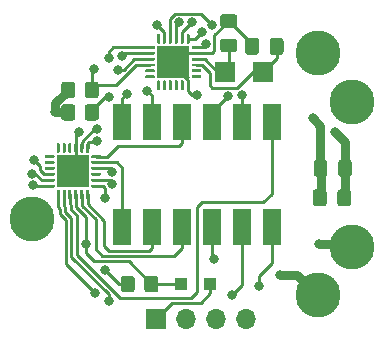
<source format=gbr>
%TF.GenerationSoftware,KiCad,Pcbnew,5.1.9-73d0e3b20d~88~ubuntu20.04.1*%
%TF.CreationDate,2021-06-28T21:50:03+02:00*%
%TF.ProjectId,watch,77617463-682e-46b6-9963-61645f706362,rev?*%
%TF.SameCoordinates,Original*%
%TF.FileFunction,Copper,L1,Top*%
%TF.FilePolarity,Positive*%
%FSLAX46Y46*%
G04 Gerber Fmt 4.6, Leading zero omitted, Abs format (unit mm)*
G04 Created by KiCad (PCBNEW 5.1.9-73d0e3b20d~88~ubuntu20.04.1) date 2021-06-28 21:50:03*
%MOMM*%
%LPD*%
G01*
G04 APERTURE LIST*
%TA.AperFunction,ConnectorPad*%
%ADD10C,3.800000*%
%TD*%
%TA.AperFunction,ComponentPad*%
%ADD11C,2.600000*%
%TD*%
%TA.AperFunction,SMDPad,CuDef*%
%ADD12R,1.750000X1.800000*%
%TD*%
%TA.AperFunction,ComponentPad*%
%ADD13O,1.700000X1.700000*%
%TD*%
%TA.AperFunction,ComponentPad*%
%ADD14R,1.700000X1.700000*%
%TD*%
%TA.AperFunction,SMDPad,CuDef*%
%ADD15R,2.700000X2.700000*%
%TD*%
%TA.AperFunction,SMDPad,CuDef*%
%ADD16R,1.600000X3.100000*%
%TD*%
%TA.AperFunction,SMDPad,CuDef*%
%ADD17R,1.000000X1.000000*%
%TD*%
%TA.AperFunction,ViaPad*%
%ADD18C,0.800000*%
%TD*%
%TA.AperFunction,Conductor*%
%ADD19C,0.250000*%
%TD*%
%TA.AperFunction,Conductor*%
%ADD20C,0.750000*%
%TD*%
G04 APERTURE END LIST*
D10*
%TO.P,SW1,1*%
%TO.N,Net-(SW1-Pad1)*%
X193500000Y-113250000D03*
D11*
X193500000Y-113250000D03*
%TD*%
D12*
%TO.P,Y1,1*%
%TO.N,Net-(C4-Pad1)*%
X209856000Y-100838000D03*
%TO.P,Y1,2*%
%TO.N,Net-(C3-Pad1)*%
X213106000Y-100838000D03*
%TD*%
D13*
%TO.P,J1,4*%
%TO.N,GND*%
X211620000Y-121750000D03*
%TO.P,J1,3*%
%TO.N,RST_SBWTDIO*%
X209080000Y-121750000D03*
%TO.P,J1,2*%
%TO.N,TST_SBWTCK*%
X206540000Y-121750000D03*
D14*
%TO.P,J1,1*%
%TO.N,Net-(D1-Pad2)*%
X204000000Y-121750000D03*
%TD*%
D11*
%TO.P,SW5,1*%
%TO.N,Net-(SW5-Pad1)*%
X220640000Y-103380000D03*
D10*
X220640000Y-103380000D03*
%TD*%
D11*
%TO.P,SW4,1*%
%TO.N,Net-(SW4-Pad1)*%
X220640000Y-115620000D03*
D10*
X220640000Y-115620000D03*
%TD*%
D11*
%TO.P,SW3,1*%
%TO.N,Net-(SW3-Pad1)*%
X217750000Y-119750000D03*
D10*
X217750000Y-119750000D03*
%TD*%
D11*
%TO.P,SW2,1*%
%TO.N,Net-(SW2-Pad1)*%
X217750000Y-99250000D03*
D10*
X217750000Y-99250000D03*
%TD*%
D15*
%TO.P,U1,25*%
%TO.N,GND*%
X197000000Y-109250000D03*
%TO.P,U1,24*%
%TO.N,Net-(DISP1-Pad10)*%
%TA.AperFunction,SMDPad,CuDef*%
G36*
G01*
X198612500Y-107875000D02*
X199312500Y-107875000D01*
G75*
G02*
X199375000Y-107937500I0J-62500D01*
G01*
X199375000Y-108062500D01*
G75*
G02*
X199312500Y-108125000I-62500J0D01*
G01*
X198612500Y-108125000D01*
G75*
G02*
X198550000Y-108062500I0J62500D01*
G01*
X198550000Y-107937500D01*
G75*
G02*
X198612500Y-107875000I62500J0D01*
G01*
G37*
%TD.AperFunction*%
%TO.P,U1,23*%
%TO.N,Net-(DISP1-Pad1)*%
%TA.AperFunction,SMDPad,CuDef*%
G36*
G01*
X198612500Y-108375000D02*
X199312500Y-108375000D01*
G75*
G02*
X199375000Y-108437500I0J-62500D01*
G01*
X199375000Y-108562500D01*
G75*
G02*
X199312500Y-108625000I-62500J0D01*
G01*
X198612500Y-108625000D01*
G75*
G02*
X198550000Y-108562500I0J62500D01*
G01*
X198550000Y-108437500D01*
G75*
G02*
X198612500Y-108375000I62500J0D01*
G01*
G37*
%TD.AperFunction*%
%TO.P,U1,22*%
%TO.N,I2C_SDA*%
%TA.AperFunction,SMDPad,CuDef*%
G36*
G01*
X198612500Y-108875000D02*
X199312500Y-108875000D01*
G75*
G02*
X199375000Y-108937500I0J-62500D01*
G01*
X199375000Y-109062500D01*
G75*
G02*
X199312500Y-109125000I-62500J0D01*
G01*
X198612500Y-109125000D01*
G75*
G02*
X198550000Y-109062500I0J62500D01*
G01*
X198550000Y-108937500D01*
G75*
G02*
X198612500Y-108875000I62500J0D01*
G01*
G37*
%TD.AperFunction*%
%TO.P,U1,21*%
%TO.N,N/C*%
%TA.AperFunction,SMDPad,CuDef*%
G36*
G01*
X198612500Y-109375000D02*
X199312500Y-109375000D01*
G75*
G02*
X199375000Y-109437500I0J-62500D01*
G01*
X199375000Y-109562500D01*
G75*
G02*
X199312500Y-109625000I-62500J0D01*
G01*
X198612500Y-109625000D01*
G75*
G02*
X198550000Y-109562500I0J62500D01*
G01*
X198550000Y-109437500D01*
G75*
G02*
X198612500Y-109375000I62500J0D01*
G01*
G37*
%TD.AperFunction*%
%TO.P,U1,20*%
%TO.N,Net-(DISP1-Pad8)*%
%TA.AperFunction,SMDPad,CuDef*%
G36*
G01*
X198612500Y-109875000D02*
X199312500Y-109875000D01*
G75*
G02*
X199375000Y-109937500I0J-62500D01*
G01*
X199375000Y-110062500D01*
G75*
G02*
X199312500Y-110125000I-62500J0D01*
G01*
X198612500Y-110125000D01*
G75*
G02*
X198550000Y-110062500I0J62500D01*
G01*
X198550000Y-109937500D01*
G75*
G02*
X198612500Y-109875000I62500J0D01*
G01*
G37*
%TD.AperFunction*%
%TO.P,U1,19*%
%TO.N,Net-(DISP1-Pad5)*%
%TA.AperFunction,SMDPad,CuDef*%
G36*
G01*
X198612500Y-110375000D02*
X199312500Y-110375000D01*
G75*
G02*
X199375000Y-110437500I0J-62500D01*
G01*
X199375000Y-110562500D01*
G75*
G02*
X199312500Y-110625000I-62500J0D01*
G01*
X198612500Y-110625000D01*
G75*
G02*
X198550000Y-110562500I0J62500D01*
G01*
X198550000Y-110437500D01*
G75*
G02*
X198612500Y-110375000I62500J0D01*
G01*
G37*
%TD.AperFunction*%
%TO.P,U1,18*%
%TO.N,Net-(DISP1-Pad2)*%
%TA.AperFunction,SMDPad,CuDef*%
G36*
G01*
X198187500Y-110800000D02*
X198312500Y-110800000D01*
G75*
G02*
X198375000Y-110862500I0J-62500D01*
G01*
X198375000Y-111562500D01*
G75*
G02*
X198312500Y-111625000I-62500J0D01*
G01*
X198187500Y-111625000D01*
G75*
G02*
X198125000Y-111562500I0J62500D01*
G01*
X198125000Y-110862500D01*
G75*
G02*
X198187500Y-110800000I62500J0D01*
G01*
G37*
%TD.AperFunction*%
%TO.P,U1,17*%
%TO.N,Net-(DISP1-Pad3)*%
%TA.AperFunction,SMDPad,CuDef*%
G36*
G01*
X197687500Y-110800000D02*
X197812500Y-110800000D01*
G75*
G02*
X197875000Y-110862500I0J-62500D01*
G01*
X197875000Y-111562500D01*
G75*
G02*
X197812500Y-111625000I-62500J0D01*
G01*
X197687500Y-111625000D01*
G75*
G02*
X197625000Y-111562500I0J62500D01*
G01*
X197625000Y-110862500D01*
G75*
G02*
X197687500Y-110800000I62500J0D01*
G01*
G37*
%TD.AperFunction*%
%TO.P,U1,16*%
%TO.N,+3V0*%
%TA.AperFunction,SMDPad,CuDef*%
G36*
G01*
X197187500Y-110800000D02*
X197312500Y-110800000D01*
G75*
G02*
X197375000Y-110862500I0J-62500D01*
G01*
X197375000Y-111562500D01*
G75*
G02*
X197312500Y-111625000I-62500J0D01*
G01*
X197187500Y-111625000D01*
G75*
G02*
X197125000Y-111562500I0J62500D01*
G01*
X197125000Y-110862500D01*
G75*
G02*
X197187500Y-110800000I62500J0D01*
G01*
G37*
%TD.AperFunction*%
%TO.P,U1,15*%
%TO.N,Net-(DISP1-Pad7)*%
%TA.AperFunction,SMDPad,CuDef*%
G36*
G01*
X196687500Y-110800000D02*
X196812500Y-110800000D01*
G75*
G02*
X196875000Y-110862500I0J-62500D01*
G01*
X196875000Y-111562500D01*
G75*
G02*
X196812500Y-111625000I-62500J0D01*
G01*
X196687500Y-111625000D01*
G75*
G02*
X196625000Y-111562500I0J62500D01*
G01*
X196625000Y-110862500D01*
G75*
G02*
X196687500Y-110800000I62500J0D01*
G01*
G37*
%TD.AperFunction*%
%TO.P,U1,14*%
%TO.N,Net-(DISP1-Pad11)*%
%TA.AperFunction,SMDPad,CuDef*%
G36*
G01*
X196187500Y-110800000D02*
X196312500Y-110800000D01*
G75*
G02*
X196375000Y-110862500I0J-62500D01*
G01*
X196375000Y-111562500D01*
G75*
G02*
X196312500Y-111625000I-62500J0D01*
G01*
X196187500Y-111625000D01*
G75*
G02*
X196125000Y-111562500I0J62500D01*
G01*
X196125000Y-110862500D01*
G75*
G02*
X196187500Y-110800000I62500J0D01*
G01*
G37*
%TD.AperFunction*%
%TO.P,U1,13*%
%TO.N,Net-(DISP1-Pad9)*%
%TA.AperFunction,SMDPad,CuDef*%
G36*
G01*
X195687500Y-110800000D02*
X195812500Y-110800000D01*
G75*
G02*
X195875000Y-110862500I0J-62500D01*
G01*
X195875000Y-111562500D01*
G75*
G02*
X195812500Y-111625000I-62500J0D01*
G01*
X195687500Y-111625000D01*
G75*
G02*
X195625000Y-111562500I0J62500D01*
G01*
X195625000Y-110862500D01*
G75*
G02*
X195687500Y-110800000I62500J0D01*
G01*
G37*
%TD.AperFunction*%
%TO.P,U1,12*%
%TO.N,Net-(DISP1-Pad12)*%
%TA.AperFunction,SMDPad,CuDef*%
G36*
G01*
X194687500Y-110375000D02*
X195387500Y-110375000D01*
G75*
G02*
X195450000Y-110437500I0J-62500D01*
G01*
X195450000Y-110562500D01*
G75*
G02*
X195387500Y-110625000I-62500J0D01*
G01*
X194687500Y-110625000D01*
G75*
G02*
X194625000Y-110562500I0J62500D01*
G01*
X194625000Y-110437500D01*
G75*
G02*
X194687500Y-110375000I62500J0D01*
G01*
G37*
%TD.AperFunction*%
%TO.P,U1,11*%
%TO.N,I2C_SLC*%
%TA.AperFunction,SMDPad,CuDef*%
G36*
G01*
X194687500Y-109875000D02*
X195387500Y-109875000D01*
G75*
G02*
X195450000Y-109937500I0J-62500D01*
G01*
X195450000Y-110062500D01*
G75*
G02*
X195387500Y-110125000I-62500J0D01*
G01*
X194687500Y-110125000D01*
G75*
G02*
X194625000Y-110062500I0J62500D01*
G01*
X194625000Y-109937500D01*
G75*
G02*
X194687500Y-109875000I62500J0D01*
G01*
G37*
%TD.AperFunction*%
%TO.P,U1,10*%
%TO.N,Net-(R3-Pad2)*%
%TA.AperFunction,SMDPad,CuDef*%
G36*
G01*
X194687500Y-109375000D02*
X195387500Y-109375000D01*
G75*
G02*
X195450000Y-109437500I0J-62500D01*
G01*
X195450000Y-109562500D01*
G75*
G02*
X195387500Y-109625000I-62500J0D01*
G01*
X194687500Y-109625000D01*
G75*
G02*
X194625000Y-109562500I0J62500D01*
G01*
X194625000Y-109437500D01*
G75*
G02*
X194687500Y-109375000I62500J0D01*
G01*
G37*
%TD.AperFunction*%
%TO.P,U1,9*%
%TO.N,N/C*%
%TA.AperFunction,SMDPad,CuDef*%
G36*
G01*
X194687500Y-108875000D02*
X195387500Y-108875000D01*
G75*
G02*
X195450000Y-108937500I0J-62500D01*
G01*
X195450000Y-109062500D01*
G75*
G02*
X195387500Y-109125000I-62500J0D01*
G01*
X194687500Y-109125000D01*
G75*
G02*
X194625000Y-109062500I0J62500D01*
G01*
X194625000Y-108937500D01*
G75*
G02*
X194687500Y-108875000I62500J0D01*
G01*
G37*
%TD.AperFunction*%
%TO.P,U1,8*%
%TA.AperFunction,SMDPad,CuDef*%
G36*
G01*
X194687500Y-108375000D02*
X195387500Y-108375000D01*
G75*
G02*
X195450000Y-108437500I0J-62500D01*
G01*
X195450000Y-108562500D01*
G75*
G02*
X195387500Y-108625000I-62500J0D01*
G01*
X194687500Y-108625000D01*
G75*
G02*
X194625000Y-108562500I0J62500D01*
G01*
X194625000Y-108437500D01*
G75*
G02*
X194687500Y-108375000I62500J0D01*
G01*
G37*
%TD.AperFunction*%
%TO.P,U1,7*%
%TA.AperFunction,SMDPad,CuDef*%
G36*
G01*
X194687500Y-107875000D02*
X195387500Y-107875000D01*
G75*
G02*
X195450000Y-107937500I0J-62500D01*
G01*
X195450000Y-108062500D01*
G75*
G02*
X195387500Y-108125000I-62500J0D01*
G01*
X194687500Y-108125000D01*
G75*
G02*
X194625000Y-108062500I0J62500D01*
G01*
X194625000Y-107937500D01*
G75*
G02*
X194687500Y-107875000I62500J0D01*
G01*
G37*
%TD.AperFunction*%
%TO.P,U1,6*%
%TA.AperFunction,SMDPad,CuDef*%
G36*
G01*
X195687500Y-106875000D02*
X195812500Y-106875000D01*
G75*
G02*
X195875000Y-106937500I0J-62500D01*
G01*
X195875000Y-107637500D01*
G75*
G02*
X195812500Y-107700000I-62500J0D01*
G01*
X195687500Y-107700000D01*
G75*
G02*
X195625000Y-107637500I0J62500D01*
G01*
X195625000Y-106937500D01*
G75*
G02*
X195687500Y-106875000I62500J0D01*
G01*
G37*
%TD.AperFunction*%
%TO.P,U1,5*%
%TA.AperFunction,SMDPad,CuDef*%
G36*
G01*
X196187500Y-106875000D02*
X196312500Y-106875000D01*
G75*
G02*
X196375000Y-106937500I0J-62500D01*
G01*
X196375000Y-107637500D01*
G75*
G02*
X196312500Y-107700000I-62500J0D01*
G01*
X196187500Y-107700000D01*
G75*
G02*
X196125000Y-107637500I0J62500D01*
G01*
X196125000Y-106937500D01*
G75*
G02*
X196187500Y-106875000I62500J0D01*
G01*
G37*
%TD.AperFunction*%
%TO.P,U1,4*%
%TA.AperFunction,SMDPad,CuDef*%
G36*
G01*
X196687500Y-106875000D02*
X196812500Y-106875000D01*
G75*
G02*
X196875000Y-106937500I0J-62500D01*
G01*
X196875000Y-107637500D01*
G75*
G02*
X196812500Y-107700000I-62500J0D01*
G01*
X196687500Y-107700000D01*
G75*
G02*
X196625000Y-107637500I0J62500D01*
G01*
X196625000Y-106937500D01*
G75*
G02*
X196687500Y-106875000I62500J0D01*
G01*
G37*
%TD.AperFunction*%
%TO.P,U1,3*%
%TO.N,GND*%
%TA.AperFunction,SMDPad,CuDef*%
G36*
G01*
X197187500Y-106875000D02*
X197312500Y-106875000D01*
G75*
G02*
X197375000Y-106937500I0J-62500D01*
G01*
X197375000Y-107637500D01*
G75*
G02*
X197312500Y-107700000I-62500J0D01*
G01*
X197187500Y-107700000D01*
G75*
G02*
X197125000Y-107637500I0J62500D01*
G01*
X197125000Y-106937500D01*
G75*
G02*
X197187500Y-106875000I62500J0D01*
G01*
G37*
%TD.AperFunction*%
%TO.P,U1,2*%
%TO.N,Net-(DISP1-Pad6)*%
%TA.AperFunction,SMDPad,CuDef*%
G36*
G01*
X197687500Y-106875000D02*
X197812500Y-106875000D01*
G75*
G02*
X197875000Y-106937500I0J-62500D01*
G01*
X197875000Y-107637500D01*
G75*
G02*
X197812500Y-107700000I-62500J0D01*
G01*
X197687500Y-107700000D01*
G75*
G02*
X197625000Y-107637500I0J62500D01*
G01*
X197625000Y-106937500D01*
G75*
G02*
X197687500Y-106875000I62500J0D01*
G01*
G37*
%TD.AperFunction*%
%TO.P,U1,1*%
%TO.N,Net-(DISP1-Pad4)*%
%TA.AperFunction,SMDPad,CuDef*%
G36*
G01*
X198187500Y-106875000D02*
X198312500Y-106875000D01*
G75*
G02*
X198375000Y-106937500I0J-62500D01*
G01*
X198375000Y-107637500D01*
G75*
G02*
X198312500Y-107700000I-62500J0D01*
G01*
X198187500Y-107700000D01*
G75*
G02*
X198125000Y-107637500I0J62500D01*
G01*
X198125000Y-106937500D01*
G75*
G02*
X198187500Y-106875000I62500J0D01*
G01*
G37*
%TD.AperFunction*%
%TD*%
D16*
%TO.P,Elektronika-1,1*%
%TO.N,Net-(DISP1-Pad1)*%
X201150000Y-113945000D03*
%TO.P,Elektronika-1,7*%
%TO.N,Net-(DISP1-Pad7)*%
X213850000Y-105055000D03*
%TO.P,Elektronika-1,2*%
%TO.N,Net-(DISP1-Pad2)*%
X203690000Y-113945000D03*
%TO.P,Elektronika-1,8*%
%TO.N,Net-(DISP1-Pad8)*%
X211310000Y-105055000D03*
%TO.P,Elektronika-1,3*%
%TO.N,Net-(DISP1-Pad3)*%
X206230000Y-113945000D03*
%TO.P,Elektronika-1,9*%
%TO.N,Net-(DISP1-Pad9)*%
X208770000Y-105055000D03*
%TO.P,Elektronika-1,4*%
%TO.N,Net-(DISP1-Pad4)*%
X208770000Y-113945000D03*
%TO.P,Elektronika-1,10*%
%TO.N,Net-(DISP1-Pad10)*%
X206230000Y-105055000D03*
%TO.P,Elektronika-1,5*%
%TO.N,Net-(DISP1-Pad5)*%
X211310000Y-113945000D03*
%TO.P,Elektronika-1,11*%
%TO.N,Net-(DISP1-Pad11)*%
X203690000Y-105055000D03*
%TO.P,Elektronika-1,6*%
%TO.N,Net-(DISP1-Pad6)*%
X213850000Y-113945000D03*
%TO.P,Elektronika-1,12*%
%TO.N,Net-(DISP1-Pad12)*%
X201150000Y-105055000D03*
%TD*%
D15*
%TO.P,U2,25*%
%TO.N,GND*%
X205500000Y-100000000D03*
%TO.P,U2,24*%
%TO.N,+3V0*%
%TA.AperFunction,SMDPad,CuDef*%
G36*
G01*
X207112500Y-98625000D02*
X207812500Y-98625000D01*
G75*
G02*
X207875000Y-98687500I0J-62500D01*
G01*
X207875000Y-98812500D01*
G75*
G02*
X207812500Y-98875000I-62500J0D01*
G01*
X207112500Y-98875000D01*
G75*
G02*
X207050000Y-98812500I0J62500D01*
G01*
X207050000Y-98687500D01*
G75*
G02*
X207112500Y-98625000I62500J0D01*
G01*
G37*
%TD.AperFunction*%
%TO.P,U2,23*%
%TO.N,GND*%
%TA.AperFunction,SMDPad,CuDef*%
G36*
G01*
X207112500Y-99125000D02*
X207812500Y-99125000D01*
G75*
G02*
X207875000Y-99187500I0J-62500D01*
G01*
X207875000Y-99312500D01*
G75*
G02*
X207812500Y-99375000I-62500J0D01*
G01*
X207112500Y-99375000D01*
G75*
G02*
X207050000Y-99312500I0J62500D01*
G01*
X207050000Y-99187500D01*
G75*
G02*
X207112500Y-99125000I62500J0D01*
G01*
G37*
%TD.AperFunction*%
%TO.P,U2,22*%
%TO.N,Net-(C4-Pad1)*%
%TA.AperFunction,SMDPad,CuDef*%
G36*
G01*
X207112500Y-99625000D02*
X207812500Y-99625000D01*
G75*
G02*
X207875000Y-99687500I0J-62500D01*
G01*
X207875000Y-99812500D01*
G75*
G02*
X207812500Y-99875000I-62500J0D01*
G01*
X207112500Y-99875000D01*
G75*
G02*
X207050000Y-99812500I0J62500D01*
G01*
X207050000Y-99687500D01*
G75*
G02*
X207112500Y-99625000I62500J0D01*
G01*
G37*
%TD.AperFunction*%
%TO.P,U2,21*%
%TO.N,Net-(C3-Pad1)*%
%TA.AperFunction,SMDPad,CuDef*%
G36*
G01*
X207112500Y-100125000D02*
X207812500Y-100125000D01*
G75*
G02*
X207875000Y-100187500I0J-62500D01*
G01*
X207875000Y-100312500D01*
G75*
G02*
X207812500Y-100375000I-62500J0D01*
G01*
X207112500Y-100375000D01*
G75*
G02*
X207050000Y-100312500I0J62500D01*
G01*
X207050000Y-100187500D01*
G75*
G02*
X207112500Y-100125000I62500J0D01*
G01*
G37*
%TD.AperFunction*%
%TO.P,U2,20*%
%TO.N,N/C*%
%TA.AperFunction,SMDPad,CuDef*%
G36*
G01*
X207112500Y-100625000D02*
X207812500Y-100625000D01*
G75*
G02*
X207875000Y-100687500I0J-62500D01*
G01*
X207875000Y-100812500D01*
G75*
G02*
X207812500Y-100875000I-62500J0D01*
G01*
X207112500Y-100875000D01*
G75*
G02*
X207050000Y-100812500I0J62500D01*
G01*
X207050000Y-100687500D01*
G75*
G02*
X207112500Y-100625000I62500J0D01*
G01*
G37*
%TD.AperFunction*%
%TO.P,U2,19*%
%TA.AperFunction,SMDPad,CuDef*%
G36*
G01*
X207112500Y-101125000D02*
X207812500Y-101125000D01*
G75*
G02*
X207875000Y-101187500I0J-62500D01*
G01*
X207875000Y-101312500D01*
G75*
G02*
X207812500Y-101375000I-62500J0D01*
G01*
X207112500Y-101375000D01*
G75*
G02*
X207050000Y-101312500I0J62500D01*
G01*
X207050000Y-101187500D01*
G75*
G02*
X207112500Y-101125000I62500J0D01*
G01*
G37*
%TD.AperFunction*%
%TO.P,U2,18*%
%TO.N,GND*%
%TA.AperFunction,SMDPad,CuDef*%
G36*
G01*
X206687500Y-101550000D02*
X206812500Y-101550000D01*
G75*
G02*
X206875000Y-101612500I0J-62500D01*
G01*
X206875000Y-102312500D01*
G75*
G02*
X206812500Y-102375000I-62500J0D01*
G01*
X206687500Y-102375000D01*
G75*
G02*
X206625000Y-102312500I0J62500D01*
G01*
X206625000Y-101612500D01*
G75*
G02*
X206687500Y-101550000I62500J0D01*
G01*
G37*
%TD.AperFunction*%
%TO.P,U2,17*%
%TO.N,N/C*%
%TA.AperFunction,SMDPad,CuDef*%
G36*
G01*
X206187500Y-101550000D02*
X206312500Y-101550000D01*
G75*
G02*
X206375000Y-101612500I0J-62500D01*
G01*
X206375000Y-102312500D01*
G75*
G02*
X206312500Y-102375000I-62500J0D01*
G01*
X206187500Y-102375000D01*
G75*
G02*
X206125000Y-102312500I0J62500D01*
G01*
X206125000Y-101612500D01*
G75*
G02*
X206187500Y-101550000I62500J0D01*
G01*
G37*
%TD.AperFunction*%
%TO.P,U2,16*%
%TA.AperFunction,SMDPad,CuDef*%
G36*
G01*
X205687500Y-101550000D02*
X205812500Y-101550000D01*
G75*
G02*
X205875000Y-101612500I0J-62500D01*
G01*
X205875000Y-102312500D01*
G75*
G02*
X205812500Y-102375000I-62500J0D01*
G01*
X205687500Y-102375000D01*
G75*
G02*
X205625000Y-102312500I0J62500D01*
G01*
X205625000Y-101612500D01*
G75*
G02*
X205687500Y-101550000I62500J0D01*
G01*
G37*
%TD.AperFunction*%
%TO.P,U2,15*%
%TA.AperFunction,SMDPad,CuDef*%
G36*
G01*
X205187500Y-101550000D02*
X205312500Y-101550000D01*
G75*
G02*
X205375000Y-101612500I0J-62500D01*
G01*
X205375000Y-102312500D01*
G75*
G02*
X205312500Y-102375000I-62500J0D01*
G01*
X205187500Y-102375000D01*
G75*
G02*
X205125000Y-102312500I0J62500D01*
G01*
X205125000Y-101612500D01*
G75*
G02*
X205187500Y-101550000I62500J0D01*
G01*
G37*
%TD.AperFunction*%
%TO.P,U2,14*%
%TA.AperFunction,SMDPad,CuDef*%
G36*
G01*
X204687500Y-101550000D02*
X204812500Y-101550000D01*
G75*
G02*
X204875000Y-101612500I0J-62500D01*
G01*
X204875000Y-102312500D01*
G75*
G02*
X204812500Y-102375000I-62500J0D01*
G01*
X204687500Y-102375000D01*
G75*
G02*
X204625000Y-102312500I0J62500D01*
G01*
X204625000Y-101612500D01*
G75*
G02*
X204687500Y-101550000I62500J0D01*
G01*
G37*
%TD.AperFunction*%
%TO.P,U2,13*%
%TA.AperFunction,SMDPad,CuDef*%
G36*
G01*
X204187500Y-101550000D02*
X204312500Y-101550000D01*
G75*
G02*
X204375000Y-101612500I0J-62500D01*
G01*
X204375000Y-102312500D01*
G75*
G02*
X204312500Y-102375000I-62500J0D01*
G01*
X204187500Y-102375000D01*
G75*
G02*
X204125000Y-102312500I0J62500D01*
G01*
X204125000Y-101612500D01*
G75*
G02*
X204187500Y-101550000I62500J0D01*
G01*
G37*
%TD.AperFunction*%
%TO.P,U2,12*%
%TA.AperFunction,SMDPad,CuDef*%
G36*
G01*
X203187500Y-101125000D02*
X203887500Y-101125000D01*
G75*
G02*
X203950000Y-101187500I0J-62500D01*
G01*
X203950000Y-101312500D01*
G75*
G02*
X203887500Y-101375000I-62500J0D01*
G01*
X203187500Y-101375000D01*
G75*
G02*
X203125000Y-101312500I0J62500D01*
G01*
X203125000Y-101187500D01*
G75*
G02*
X203187500Y-101125000I62500J0D01*
G01*
G37*
%TD.AperFunction*%
%TO.P,U2,11*%
%TA.AperFunction,SMDPad,CuDef*%
G36*
G01*
X203187500Y-100625000D02*
X203887500Y-100625000D01*
G75*
G02*
X203950000Y-100687500I0J-62500D01*
G01*
X203950000Y-100812500D01*
G75*
G02*
X203887500Y-100875000I-62500J0D01*
G01*
X203187500Y-100875000D01*
G75*
G02*
X203125000Y-100812500I0J62500D01*
G01*
X203125000Y-100687500D01*
G75*
G02*
X203187500Y-100625000I62500J0D01*
G01*
G37*
%TD.AperFunction*%
%TO.P,U2,10*%
%TO.N,I2C_SLC*%
%TA.AperFunction,SMDPad,CuDef*%
G36*
G01*
X203187500Y-100125000D02*
X203887500Y-100125000D01*
G75*
G02*
X203950000Y-100187500I0J-62500D01*
G01*
X203950000Y-100312500D01*
G75*
G02*
X203887500Y-100375000I-62500J0D01*
G01*
X203187500Y-100375000D01*
G75*
G02*
X203125000Y-100312500I0J62500D01*
G01*
X203125000Y-100187500D01*
G75*
G02*
X203187500Y-100125000I62500J0D01*
G01*
G37*
%TD.AperFunction*%
%TO.P,U2,9*%
%TO.N,I2C_SDA*%
%TA.AperFunction,SMDPad,CuDef*%
G36*
G01*
X203187500Y-99625000D02*
X203887500Y-99625000D01*
G75*
G02*
X203950000Y-99687500I0J-62500D01*
G01*
X203950000Y-99812500D01*
G75*
G02*
X203887500Y-99875000I-62500J0D01*
G01*
X203187500Y-99875000D01*
G75*
G02*
X203125000Y-99812500I0J62500D01*
G01*
X203125000Y-99687500D01*
G75*
G02*
X203187500Y-99625000I62500J0D01*
G01*
G37*
%TD.AperFunction*%
%TO.P,U2,8*%
%TO.N,Net-(SW2-Pad1)*%
%TA.AperFunction,SMDPad,CuDef*%
G36*
G01*
X203187500Y-99125000D02*
X203887500Y-99125000D01*
G75*
G02*
X203950000Y-99187500I0J-62500D01*
G01*
X203950000Y-99312500D01*
G75*
G02*
X203887500Y-99375000I-62500J0D01*
G01*
X203187500Y-99375000D01*
G75*
G02*
X203125000Y-99312500I0J62500D01*
G01*
X203125000Y-99187500D01*
G75*
G02*
X203187500Y-99125000I62500J0D01*
G01*
G37*
%TD.AperFunction*%
%TO.P,U2,7*%
%TO.N,Net-(SW1-Pad1)*%
%TA.AperFunction,SMDPad,CuDef*%
G36*
G01*
X203187500Y-98625000D02*
X203887500Y-98625000D01*
G75*
G02*
X203950000Y-98687500I0J-62500D01*
G01*
X203950000Y-98812500D01*
G75*
G02*
X203887500Y-98875000I-62500J0D01*
G01*
X203187500Y-98875000D01*
G75*
G02*
X203125000Y-98812500I0J62500D01*
G01*
X203125000Y-98687500D01*
G75*
G02*
X203187500Y-98625000I62500J0D01*
G01*
G37*
%TD.AperFunction*%
%TO.P,U2,6*%
%TO.N,N/C*%
%TA.AperFunction,SMDPad,CuDef*%
G36*
G01*
X204187500Y-97625000D02*
X204312500Y-97625000D01*
G75*
G02*
X204375000Y-97687500I0J-62500D01*
G01*
X204375000Y-98387500D01*
G75*
G02*
X204312500Y-98450000I-62500J0D01*
G01*
X204187500Y-98450000D01*
G75*
G02*
X204125000Y-98387500I0J62500D01*
G01*
X204125000Y-97687500D01*
G75*
G02*
X204187500Y-97625000I62500J0D01*
G01*
G37*
%TD.AperFunction*%
%TO.P,U2,5*%
%TO.N,Net-(SW5-Pad1)*%
%TA.AperFunction,SMDPad,CuDef*%
G36*
G01*
X204687500Y-97625000D02*
X204812500Y-97625000D01*
G75*
G02*
X204875000Y-97687500I0J-62500D01*
G01*
X204875000Y-98387500D01*
G75*
G02*
X204812500Y-98450000I-62500J0D01*
G01*
X204687500Y-98450000D01*
G75*
G02*
X204625000Y-98387500I0J62500D01*
G01*
X204625000Y-97687500D01*
G75*
G02*
X204687500Y-97625000I62500J0D01*
G01*
G37*
%TD.AperFunction*%
%TO.P,U2,4*%
%TO.N,Net-(SW4-Pad1)*%
%TA.AperFunction,SMDPad,CuDef*%
G36*
G01*
X205187500Y-97625000D02*
X205312500Y-97625000D01*
G75*
G02*
X205375000Y-97687500I0J-62500D01*
G01*
X205375000Y-98387500D01*
G75*
G02*
X205312500Y-98450000I-62500J0D01*
G01*
X205187500Y-98450000D01*
G75*
G02*
X205125000Y-98387500I0J62500D01*
G01*
X205125000Y-97687500D01*
G75*
G02*
X205187500Y-97625000I62500J0D01*
G01*
G37*
%TD.AperFunction*%
%TO.P,U2,3*%
%TO.N,Net-(SW3-Pad1)*%
%TA.AperFunction,SMDPad,CuDef*%
G36*
G01*
X205687500Y-97625000D02*
X205812500Y-97625000D01*
G75*
G02*
X205875000Y-97687500I0J-62500D01*
G01*
X205875000Y-98387500D01*
G75*
G02*
X205812500Y-98450000I-62500J0D01*
G01*
X205687500Y-98450000D01*
G75*
G02*
X205625000Y-98387500I0J62500D01*
G01*
X205625000Y-97687500D01*
G75*
G02*
X205687500Y-97625000I62500J0D01*
G01*
G37*
%TD.AperFunction*%
%TO.P,U2,2*%
%TO.N,TST_SBWTCK*%
%TA.AperFunction,SMDPad,CuDef*%
G36*
G01*
X206187500Y-97625000D02*
X206312500Y-97625000D01*
G75*
G02*
X206375000Y-97687500I0J-62500D01*
G01*
X206375000Y-98387500D01*
G75*
G02*
X206312500Y-98450000I-62500J0D01*
G01*
X206187500Y-98450000D01*
G75*
G02*
X206125000Y-98387500I0J62500D01*
G01*
X206125000Y-97687500D01*
G75*
G02*
X206187500Y-97625000I62500J0D01*
G01*
G37*
%TD.AperFunction*%
%TO.P,U2,1*%
%TO.N,RST_SBWTDIO*%
%TA.AperFunction,SMDPad,CuDef*%
G36*
G01*
X206687500Y-97625000D02*
X206812500Y-97625000D01*
G75*
G02*
X206875000Y-97687500I0J-62500D01*
G01*
X206875000Y-98387500D01*
G75*
G02*
X206812500Y-98450000I-62500J0D01*
G01*
X206687500Y-98450000D01*
G75*
G02*
X206625000Y-98387500I0J62500D01*
G01*
X206625000Y-97687500D01*
G75*
G02*
X206687500Y-97625000I62500J0D01*
G01*
G37*
%TD.AperFunction*%
%TD*%
%TO.P,C1,2*%
%TO.N,GND*%
%TA.AperFunction,SMDPad,CuDef*%
G36*
G01*
X218482500Y-111025000D02*
X218482500Y-111975000D01*
G75*
G02*
X218232500Y-112225000I-250000J0D01*
G01*
X217557500Y-112225000D01*
G75*
G02*
X217307500Y-111975000I0J250000D01*
G01*
X217307500Y-111025000D01*
G75*
G02*
X217557500Y-110775000I250000J0D01*
G01*
X218232500Y-110775000D01*
G75*
G02*
X218482500Y-111025000I0J-250000D01*
G01*
G37*
%TD.AperFunction*%
%TO.P,C1,1*%
%TO.N,+3V0*%
%TA.AperFunction,SMDPad,CuDef*%
G36*
G01*
X220557500Y-111025000D02*
X220557500Y-111975000D01*
G75*
G02*
X220307500Y-112225000I-250000J0D01*
G01*
X219632500Y-112225000D01*
G75*
G02*
X219382500Y-111975000I0J250000D01*
G01*
X219382500Y-111025000D01*
G75*
G02*
X219632500Y-110775000I250000J0D01*
G01*
X220307500Y-110775000D01*
G75*
G02*
X220557500Y-111025000I0J-250000D01*
G01*
G37*
%TD.AperFunction*%
%TD*%
%TO.P,C2,2*%
%TO.N,GND*%
%TA.AperFunction,SMDPad,CuDef*%
G36*
G01*
X218550000Y-108525000D02*
X218550000Y-109475000D01*
G75*
G02*
X218300000Y-109725000I-250000J0D01*
G01*
X217625000Y-109725000D01*
G75*
G02*
X217375000Y-109475000I0J250000D01*
G01*
X217375000Y-108525000D01*
G75*
G02*
X217625000Y-108275000I250000J0D01*
G01*
X218300000Y-108275000D01*
G75*
G02*
X218550000Y-108525000I0J-250000D01*
G01*
G37*
%TD.AperFunction*%
%TO.P,C2,1*%
%TO.N,+3V0*%
%TA.AperFunction,SMDPad,CuDef*%
G36*
G01*
X220625000Y-108525000D02*
X220625000Y-109475000D01*
G75*
G02*
X220375000Y-109725000I-250000J0D01*
G01*
X219700000Y-109725000D01*
G75*
G02*
X219450000Y-109475000I0J250000D01*
G01*
X219450000Y-108525000D01*
G75*
G02*
X219700000Y-108275000I250000J0D01*
G01*
X220375000Y-108275000D01*
G75*
G02*
X220625000Y-108525000I0J-250000D01*
G01*
G37*
%TD.AperFunction*%
%TD*%
D17*
%TO.P,D1,1*%
%TO.N,+3V0*%
X206141000Y-118808500D03*
%TO.P,D1,2*%
%TO.N,Net-(D1-Pad2)*%
X208641000Y-118808500D03*
%TD*%
%TO.P,R1,1*%
%TO.N,+3V0*%
%TA.AperFunction,SMDPad,CuDef*%
G36*
G01*
X195996000Y-104717001D02*
X195996000Y-103816999D01*
G75*
G02*
X196245999Y-103567000I249999J0D01*
G01*
X196946001Y-103567000D01*
G75*
G02*
X197196000Y-103816999I0J-249999D01*
G01*
X197196000Y-104717001D01*
G75*
G02*
X196946001Y-104967000I-249999J0D01*
G01*
X196245999Y-104967000D01*
G75*
G02*
X195996000Y-104717001I0J249999D01*
G01*
G37*
%TD.AperFunction*%
%TO.P,R1,2*%
%TO.N,I2C_SDA*%
%TA.AperFunction,SMDPad,CuDef*%
G36*
G01*
X197996000Y-104717001D02*
X197996000Y-103816999D01*
G75*
G02*
X198245999Y-103567000I249999J0D01*
G01*
X198946001Y-103567000D01*
G75*
G02*
X199196000Y-103816999I0J-249999D01*
G01*
X199196000Y-104717001D01*
G75*
G02*
X198946001Y-104967000I-249999J0D01*
G01*
X198245999Y-104967000D01*
G75*
G02*
X197996000Y-104717001I0J249999D01*
G01*
G37*
%TD.AperFunction*%
%TD*%
%TO.P,R2,1*%
%TO.N,+3V0*%
%TA.AperFunction,SMDPad,CuDef*%
G36*
G01*
X195996000Y-102812001D02*
X195996000Y-101911999D01*
G75*
G02*
X196245999Y-101662000I249999J0D01*
G01*
X196946001Y-101662000D01*
G75*
G02*
X197196000Y-101911999I0J-249999D01*
G01*
X197196000Y-102812001D01*
G75*
G02*
X196946001Y-103062000I-249999J0D01*
G01*
X196245999Y-103062000D01*
G75*
G02*
X195996000Y-102812001I0J249999D01*
G01*
G37*
%TD.AperFunction*%
%TO.P,R2,2*%
%TO.N,I2C_SLC*%
%TA.AperFunction,SMDPad,CuDef*%
G36*
G01*
X197996000Y-102812001D02*
X197996000Y-101911999D01*
G75*
G02*
X198245999Y-101662000I249999J0D01*
G01*
X198946001Y-101662000D01*
G75*
G02*
X199196000Y-101911999I0J-249999D01*
G01*
X199196000Y-102812001D01*
G75*
G02*
X198946001Y-103062000I-249999J0D01*
G01*
X198245999Y-103062000D01*
G75*
G02*
X197996000Y-102812001I0J249999D01*
G01*
G37*
%TD.AperFunction*%
%TD*%
%TO.P,R3,1*%
%TO.N,+3V0*%
%TA.AperFunction,SMDPad,CuDef*%
G36*
G01*
X204244500Y-118358499D02*
X204244500Y-119258501D01*
G75*
G02*
X203994501Y-119508500I-249999J0D01*
G01*
X203294499Y-119508500D01*
G75*
G02*
X203044500Y-119258501I0J249999D01*
G01*
X203044500Y-118358499D01*
G75*
G02*
X203294499Y-118108500I249999J0D01*
G01*
X203994501Y-118108500D01*
G75*
G02*
X204244500Y-118358499I0J-249999D01*
G01*
G37*
%TD.AperFunction*%
%TO.P,R3,2*%
%TO.N,Net-(R3-Pad2)*%
%TA.AperFunction,SMDPad,CuDef*%
G36*
G01*
X202244500Y-118358499D02*
X202244500Y-119258501D01*
G75*
G02*
X201994501Y-119508500I-249999J0D01*
G01*
X201294499Y-119508500D01*
G75*
G02*
X201044500Y-119258501I0J249999D01*
G01*
X201044500Y-118358499D01*
G75*
G02*
X201294499Y-118108500I249999J0D01*
G01*
X201994501Y-118108500D01*
G75*
G02*
X202244500Y-118358499I0J-249999D01*
G01*
G37*
%TD.AperFunction*%
%TD*%
%TO.P,C3,2*%
%TO.N,GND*%
%TA.AperFunction,SMDPad,CuDef*%
G36*
G01*
X212761500Y-98204000D02*
X212761500Y-99154000D01*
G75*
G02*
X212511500Y-99404000I-250000J0D01*
G01*
X211836500Y-99404000D01*
G75*
G02*
X211586500Y-99154000I0J250000D01*
G01*
X211586500Y-98204000D01*
G75*
G02*
X211836500Y-97954000I250000J0D01*
G01*
X212511500Y-97954000D01*
G75*
G02*
X212761500Y-98204000I0J-250000D01*
G01*
G37*
%TD.AperFunction*%
%TO.P,C3,1*%
%TO.N,Net-(C3-Pad1)*%
%TA.AperFunction,SMDPad,CuDef*%
G36*
G01*
X214836500Y-98204000D02*
X214836500Y-99154000D01*
G75*
G02*
X214586500Y-99404000I-250000J0D01*
G01*
X213911500Y-99404000D01*
G75*
G02*
X213661500Y-99154000I0J250000D01*
G01*
X213661500Y-98204000D01*
G75*
G02*
X213911500Y-97954000I250000J0D01*
G01*
X214586500Y-97954000D01*
G75*
G02*
X214836500Y-98204000I0J-250000D01*
G01*
G37*
%TD.AperFunction*%
%TD*%
%TO.P,C4,2*%
%TO.N,GND*%
%TA.AperFunction,SMDPad,CuDef*%
G36*
G01*
X210660000Y-97107500D02*
X209710000Y-97107500D01*
G75*
G02*
X209460000Y-96857500I0J250000D01*
G01*
X209460000Y-96182500D01*
G75*
G02*
X209710000Y-95932500I250000J0D01*
G01*
X210660000Y-95932500D01*
G75*
G02*
X210910000Y-96182500I0J-250000D01*
G01*
X210910000Y-96857500D01*
G75*
G02*
X210660000Y-97107500I-250000J0D01*
G01*
G37*
%TD.AperFunction*%
%TO.P,C4,1*%
%TO.N,Net-(C4-Pad1)*%
%TA.AperFunction,SMDPad,CuDef*%
G36*
G01*
X210660000Y-99182500D02*
X209710000Y-99182500D01*
G75*
G02*
X209460000Y-98932500I0J250000D01*
G01*
X209460000Y-98257500D01*
G75*
G02*
X209710000Y-98007500I250000J0D01*
G01*
X210660000Y-98007500D01*
G75*
G02*
X210910000Y-98257500I0J-250000D01*
G01*
X210910000Y-98932500D01*
G75*
G02*
X210660000Y-99182500I-250000J0D01*
G01*
G37*
%TD.AperFunction*%
%TD*%
D18*
%TO.N,+3V0*%
X198120000Y-115443000D03*
X219202000Y-105918000D03*
X195516500Y-104267000D03*
X208253490Y-98488501D03*
%TO.N,GND*%
X207518000Y-102806500D03*
X217297000Y-104775000D03*
X197507510Y-105933431D03*
%TO.N,Net-(DISP1-Pad8)*%
X200315990Y-110299593D03*
X211306403Y-102759674D03*
%TO.N,Net-(DISP1-Pad9)*%
X198882000Y-119570500D03*
X210132466Y-102906041D03*
%TO.N,Net-(DISP1-Pad4)*%
X199009000Y-106680000D03*
X208978500Y-116713000D03*
%TO.N,Net-(DISP1-Pad5)*%
X210502500Y-119697500D03*
X199685055Y-111491940D03*
%TO.N,Net-(DISP1-Pad11)*%
X200025001Y-120268999D03*
X203290000Y-102429491D03*
%TO.N,Net-(DISP1-Pad6)*%
X212725006Y-118999000D03*
X199009000Y-105664000D03*
%TO.N,Net-(DISP1-Pad12)*%
X193611947Y-110438105D03*
X201549002Y-102679499D03*
%TO.N,TST_SBWTCK*%
X207073500Y-96647000D03*
%TO.N,RST_SBWTDIO*%
X207948079Y-97415293D03*
%TO.N,I2C_SDA*%
X200315990Y-109299580D03*
X200787004Y-100647500D03*
X200025000Y-102997000D03*
%TO.N,I2C_SLC*%
X198780936Y-100609936D03*
X193573366Y-109438837D03*
%TO.N,Net-(R3-Pad2)*%
X199705281Y-117596959D03*
X193738500Y-108331000D03*
%TO.N,Net-(SW1-Pad1)*%
X200025000Y-99695000D03*
%TO.N,Net-(SW2-Pad1)*%
X201168000Y-99475010D03*
%TO.N,Net-(SW3-Pad1)*%
X214572457Y-117998293D03*
X205994000Y-96647000D03*
%TO.N,Net-(SW4-Pad1)*%
X217868500Y-115379500D03*
X208752830Y-96821660D03*
%TO.N,Net-(SW5-Pad1)*%
X204152500Y-96837500D03*
%TD*%
D19*
%TO.N,+3V0*%
X220037500Y-111432500D02*
X219970000Y-111500000D01*
D20*
X220037500Y-109000000D02*
X220037500Y-111432500D01*
D19*
X203644500Y-118808500D02*
X206141000Y-118808500D01*
D20*
X220037500Y-106753500D02*
X220037500Y-109000000D01*
X219202000Y-105918000D02*
X220037500Y-106753500D01*
X195516500Y-103505000D02*
X195516500Y-104267000D01*
X196596000Y-102425500D02*
X195516500Y-103505000D01*
X196596000Y-102362000D02*
X196596000Y-102425500D01*
X196596000Y-104267000D02*
X195516500Y-104267000D01*
D19*
X207991991Y-98750000D02*
X208253490Y-98488501D01*
X207462500Y-98750000D02*
X207991991Y-98750000D01*
X198120000Y-116205000D02*
X198120000Y-115443000D01*
X198786958Y-116871958D02*
X198120000Y-116205000D01*
X201707958Y-116871958D02*
X198786958Y-116871958D01*
X203644500Y-118808500D02*
X201707958Y-116871958D01*
X198120000Y-113159820D02*
X198120000Y-115443000D01*
X197250000Y-112289820D02*
X198120000Y-113159820D01*
X197250000Y-111212500D02*
X197250000Y-112289820D01*
%TO.N,GND*%
X197250000Y-109000000D02*
X197000000Y-109250000D01*
X197250000Y-107287500D02*
X197250000Y-109000000D01*
X206724990Y-101224990D02*
X205500000Y-100000000D01*
X206250000Y-99250000D02*
X205500000Y-100000000D01*
X207462500Y-99250000D02*
X206250000Y-99250000D01*
X205500000Y-100248022D02*
X205500000Y-100000000D01*
X206750000Y-101498022D02*
X205500000Y-100248022D01*
X206750000Y-101962500D02*
X206750000Y-101498022D01*
X206750000Y-101962500D02*
X206750000Y-102483000D01*
X207073500Y-102806500D02*
X207518000Y-102806500D01*
X206750000Y-102483000D02*
X207073500Y-102806500D01*
X217962500Y-111432500D02*
X217895000Y-111500000D01*
D20*
X217962500Y-109000000D02*
X217962500Y-111432500D01*
D19*
X217932000Y-108969500D02*
X217962500Y-109000000D01*
D20*
X217932000Y-105410000D02*
X217932000Y-108969500D01*
X217297000Y-104775000D02*
X217932000Y-105410000D01*
D19*
X197250000Y-107287500D02*
X197250000Y-106190941D01*
X197250000Y-106190941D02*
X197507510Y-105933431D01*
X210185000Y-96520000D02*
X212174000Y-98509000D01*
X212174000Y-98509000D02*
X212174000Y-98679000D01*
X208978500Y-97726500D02*
X208978500Y-99053502D01*
X208782002Y-99250000D02*
X207462500Y-99250000D01*
X208978500Y-99053502D02*
X208782002Y-99250000D01*
X210185000Y-96520000D02*
X208978500Y-97726500D01*
%TO.N,Net-(C3-Pad1)*%
X214249000Y-99695000D02*
X213106000Y-100838000D01*
X214249000Y-98679000D02*
X214249000Y-99695000D01*
X210882502Y-102171500D02*
X212216002Y-100838000D01*
X208788000Y-102171500D02*
X210882502Y-102171500D01*
X208597500Y-101981000D02*
X208788000Y-102171500D01*
X208597500Y-100924478D02*
X208597500Y-101981000D01*
X207462500Y-100250000D02*
X207923022Y-100250000D01*
X212216002Y-100838000D02*
X213106000Y-100838000D01*
X207923022Y-100250000D02*
X208597500Y-100924478D01*
%TO.N,Net-(C4-Pad1)*%
X207462500Y-99750000D02*
X208145910Y-99750000D01*
X209233910Y-100838000D02*
X209856000Y-100838000D01*
X208145910Y-99750000D02*
X209233910Y-100838000D01*
X210185000Y-100509000D02*
X209856000Y-100838000D01*
X210185000Y-98595000D02*
X210185000Y-100509000D01*
%TO.N,Net-(D1-Pad2)*%
X207829989Y-120401511D02*
X208641000Y-119590500D01*
X205348489Y-120401511D02*
X207829989Y-120401511D01*
X208641000Y-119590500D02*
X208641000Y-118808500D01*
X204000000Y-121750000D02*
X205348489Y-120401511D01*
%TO.N,Net-(DISP1-Pad1)*%
X198962500Y-108500000D02*
X200693033Y-108500000D01*
X201174991Y-113920009D02*
X201150000Y-113945000D01*
X201174991Y-108981958D02*
X201174991Y-113920009D01*
X200693033Y-108500000D02*
X201174991Y-108981958D01*
%TO.N,Net-(DISP1-Pad7)*%
X196750000Y-111212500D02*
X196723000Y-111239500D01*
X196723000Y-111239500D02*
X196723000Y-112011180D01*
X196723000Y-112011180D02*
X196799991Y-112088171D01*
X207010000Y-119951500D02*
X207518000Y-119443500D01*
X207892998Y-111887000D02*
X213106000Y-111887000D01*
X196799991Y-112088171D02*
X196799991Y-112476226D01*
X196799991Y-112476226D02*
X197358001Y-113034236D01*
X197358001Y-113034236D02*
X197358001Y-116337086D01*
X197358001Y-116337086D02*
X200972415Y-119951500D01*
X200972415Y-119951500D02*
X207010000Y-119951500D01*
X207518000Y-119443500D02*
X207518000Y-112261998D01*
X213850000Y-111143000D02*
X213850000Y-105055000D01*
X207518000Y-112261998D02*
X207892998Y-111887000D01*
X213106000Y-111887000D02*
X213850000Y-111143000D01*
%TO.N,Net-(DISP1-Pad2)*%
X198250000Y-112017000D02*
X198250000Y-111212500D01*
X199664936Y-113431936D02*
X198250000Y-112017000D01*
X199664936Y-115590936D02*
X199664936Y-113431936D01*
X200045936Y-115971936D02*
X199664936Y-115590936D01*
X203690000Y-115745000D02*
X203463064Y-115971936D01*
X203690000Y-113945000D02*
X203690000Y-115745000D01*
X203463064Y-115971936D02*
X200045936Y-115971936D01*
%TO.N,Net-(DISP1-Pad8)*%
X200016397Y-110000000D02*
X200315990Y-110299593D01*
X198962500Y-110000000D02*
X200016397Y-110000000D01*
X211310000Y-102763271D02*
X211306403Y-102759674D01*
X211310000Y-105055000D02*
X211310000Y-102763271D01*
%TO.N,Net-(DISP1-Pad3)*%
X199478537Y-116421947D02*
X205553053Y-116421947D01*
X198918997Y-115862407D02*
X199478537Y-116421947D01*
X206230000Y-115745000D02*
X206230000Y-113945000D01*
X205553053Y-116421947D02*
X206230000Y-115745000D01*
X198918997Y-113322407D02*
X198918997Y-115862407D01*
X197750000Y-112153410D02*
X198918997Y-113322407D01*
X197750000Y-111212500D02*
X197750000Y-112153410D01*
%TO.N,Net-(DISP1-Pad9)*%
X195750000Y-111212500D02*
X195750000Y-112311000D01*
X195899971Y-112849021D02*
X196405500Y-113354551D01*
X196405500Y-117094000D02*
X198882000Y-119570500D01*
X195750000Y-112311000D02*
X195899971Y-112460972D01*
X195899971Y-112460972D02*
X195899971Y-112849021D01*
X196405500Y-113354551D02*
X196405500Y-117094000D01*
X208770000Y-104268507D02*
X210132466Y-102906041D01*
X208770000Y-105055000D02*
X208770000Y-104268507D01*
%TO.N,Net-(DISP1-Pad4)*%
X198882000Y-106807000D02*
X199009000Y-106680000D01*
X198310500Y-106807000D02*
X198882000Y-106807000D01*
X198250000Y-106867500D02*
X198310500Y-106807000D01*
X198250000Y-107287500D02*
X198250000Y-106867500D01*
X208770000Y-113945000D02*
X208770000Y-116504500D01*
X208770000Y-116504500D02*
X208978500Y-116713000D01*
%TO.N,Net-(DISP1-Pad10)*%
X206230000Y-106855000D02*
X206230000Y-105055000D01*
X205960500Y-107124500D02*
X206230000Y-106855000D01*
X200787000Y-107124500D02*
X205960500Y-107124500D01*
X199911500Y-108000000D02*
X200787000Y-107124500D01*
X198962500Y-108000000D02*
X199911500Y-108000000D01*
%TO.N,Net-(DISP1-Pad5)*%
X211310000Y-113945000D02*
X211310000Y-118890000D01*
X211310000Y-118890000D02*
X210502500Y-119697500D01*
X199685055Y-110658055D02*
X199685055Y-111491940D01*
X199527000Y-110500000D02*
X199685055Y-110658055D01*
X198962500Y-110500000D02*
X199527000Y-110500000D01*
%TO.N,Net-(DISP1-Pad11)*%
X203689999Y-102829490D02*
X203290000Y-102429491D01*
X203690000Y-105055000D02*
X203689999Y-102829490D01*
X200025001Y-119640497D02*
X196855511Y-116471007D01*
X200025001Y-120268999D02*
X200025001Y-119640497D01*
X196349981Y-112274571D02*
X196250000Y-112174590D01*
X196855511Y-116471007D02*
X196855511Y-113168151D01*
X196855511Y-113168151D02*
X196349981Y-112662620D01*
X196349981Y-112662620D02*
X196349981Y-112274571D01*
X196250000Y-112174590D02*
X196250000Y-111212500D01*
%TO.N,Net-(DISP1-Pad6)*%
X197750000Y-107287500D02*
X197750000Y-106731089D01*
X197750000Y-106731089D02*
X198817089Y-105664000D01*
X198817089Y-105664000D02*
X199009000Y-105664000D01*
X212725000Y-118998994D02*
X212725006Y-118999000D01*
X213850000Y-116985000D02*
X212725000Y-118110000D01*
X212725000Y-118110000D02*
X212725000Y-118998994D01*
X213850000Y-113945000D02*
X213850000Y-116985000D01*
%TO.N,Net-(DISP1-Pad12)*%
X195037500Y-110500000D02*
X193673842Y-110500000D01*
X193673842Y-110500000D02*
X193611947Y-110438105D01*
X201150000Y-105055000D02*
X201150000Y-103078501D01*
X201150000Y-103078501D02*
X201549002Y-102679499D01*
%TO.N,TST_SBWTCK*%
X206250000Y-98037500D02*
X206250000Y-97470500D01*
X206250000Y-97470500D02*
X207073500Y-96647000D01*
%TO.N,RST_SBWTDIO*%
X206750000Y-98037500D02*
X207325872Y-98037500D01*
X207325872Y-98037500D02*
X207948079Y-97415293D01*
%TO.N,I2C_SDA*%
X203537500Y-99750000D02*
X202195322Y-99750000D01*
X201297822Y-100647500D02*
X200787004Y-100647500D01*
X202195322Y-99750000D02*
X201297822Y-100647500D01*
X200016410Y-109000000D02*
X200315990Y-109299580D01*
X198962500Y-109000000D02*
X200016410Y-109000000D01*
X198195000Y-104500000D02*
X199698000Y-102997000D01*
X199698000Y-102997000D02*
X200025000Y-102997000D01*
%TO.N,I2C_SLC*%
X199003501Y-101954499D02*
X198596000Y-102362000D01*
X200627234Y-101954499D02*
X199003501Y-101954499D01*
X202331733Y-100250000D02*
X200627234Y-101954499D01*
X203537500Y-100250000D02*
X202331733Y-100250000D01*
X198596000Y-100794872D02*
X198780936Y-100609936D01*
X198596000Y-102362000D02*
X198596000Y-100794872D01*
X194385004Y-110000000D02*
X193823841Y-109438837D01*
X193823841Y-109438837D02*
X193573366Y-109438837D01*
X195037500Y-110000000D02*
X194385004Y-110000000D01*
%TO.N,Net-(R3-Pad2)*%
X200916822Y-118808500D02*
X199705281Y-117596959D01*
X201644500Y-118808500D02*
X200916822Y-118808500D01*
X194246500Y-108839000D02*
X193738500Y-108331000D01*
X194246500Y-109169522D02*
X194246500Y-108839000D01*
X195037500Y-109500000D02*
X194576978Y-109500000D01*
X194576978Y-109500000D02*
X194246500Y-109169522D01*
%TO.N,Net-(SW1-Pad1)*%
X200025000Y-99129315D02*
X200025000Y-99695000D01*
X203537500Y-98750000D02*
X200404315Y-98750000D01*
X200404315Y-98750000D02*
X200025000Y-99129315D01*
%TO.N,Net-(SW2-Pad1)*%
X203537500Y-99250000D02*
X201393010Y-99250000D01*
X201393010Y-99250000D02*
X201168000Y-99475010D01*
D20*
%TO.N,Net-(SW3-Pad1)*%
X216000324Y-117998293D02*
X214572457Y-117998293D01*
X217506305Y-119504274D02*
X216000324Y-117998293D01*
D19*
X205750000Y-96891000D02*
X205994000Y-96647000D01*
X205750000Y-98037500D02*
X205750000Y-96891000D01*
D20*
%TO.N,Net-(SW4-Pad1)*%
X220348976Y-115426693D02*
X217915693Y-115426693D01*
D19*
X217915693Y-115426693D02*
X217868500Y-115379500D01*
X205250000Y-98037500D02*
X205250000Y-96317996D01*
X205250000Y-96317996D02*
X205657531Y-95910465D01*
X205657531Y-95910465D02*
X207841635Y-95910465D01*
X207841635Y-95910465D02*
X208752830Y-96821660D01*
%TO.N,Net-(SW5-Pad1)*%
X204750000Y-98037500D02*
X204750000Y-97435000D01*
X204750000Y-97435000D02*
X204152500Y-96837500D01*
%TD*%
M02*

</source>
